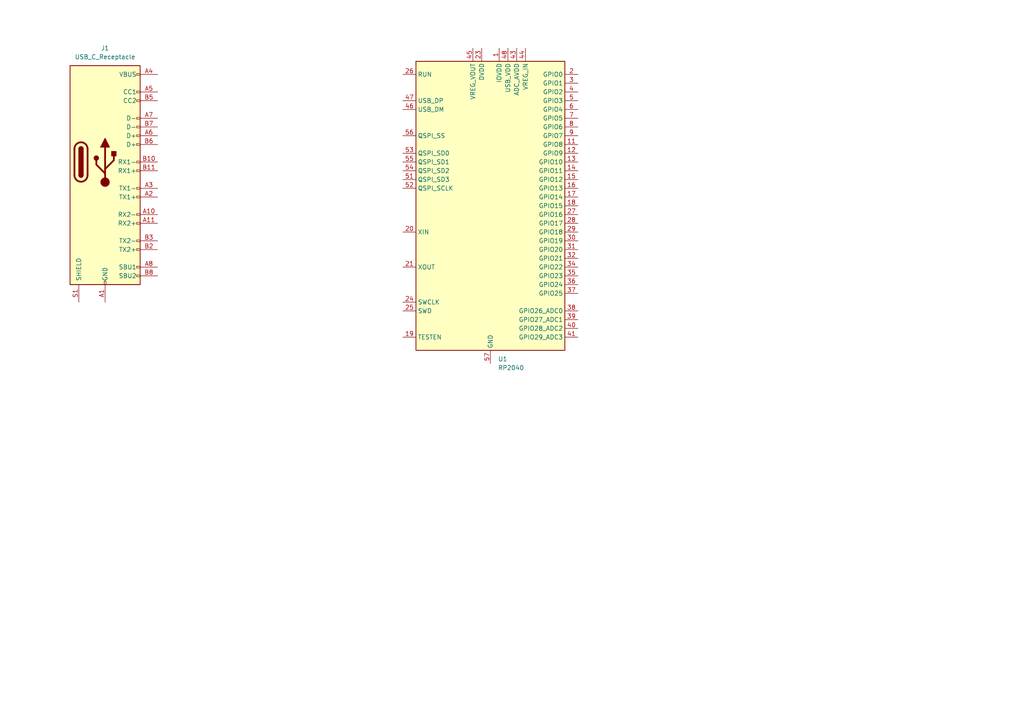
<source format=kicad_sch>
(kicad_sch (version 20230121) (generator eeschema)
  (paper "A4")
  (lib_symbols
    (symbol "Connector:USB_C_Receptacle" (pin_names (offset 1.016))
      (property "Reference" "J" (at -10.16 29.21 0))
      (property "Value" "USB_C_Receptacle" (at 10.16 29.21 0))
      (symbol "USB_C_Receptacle_0_0"
        (rectangle (start -0.254 -35.56) (end 0.254 -34.544))
        (rectangle (start 10.16 -32.766) (end 9.144 -33.274))
        (rectangle (start 10.16 -30.226) (end 9.144 -30.734))
        (rectangle (start 10.16 -25.146) (end 9.144 -25.654))
        (rectangle (start 10.16 -22.606) (end 9.144 -23.114))
        (rectangle (start 10.16 -17.526) (end 9.144 -18.034))
        (rectangle (start 10.16 -14.986) (end 9.144 -15.494))
        (rectangle (start 10.16 -9.906) (end 9.144 -10.414))
        (rectangle (start 10.16 -7.366) (end 9.144 -7.874))
        (rectangle (start 10.16 -2.286) (end 9.144 -2.794))
        (rectangle (start 10.16 0.254) (end 9.144 -0.254))
        (rectangle (start 10.16 5.334) (end 9.144 4.826))
        (rectangle (start 10.16 7.874) (end 9.144 7.366))
        (rectangle (start 10.16 10.414) (end 9.144 9.906))
        (rectangle (start 10.16 12.954) (end 9.144 12.446))
        (rectangle (start 10.16 18.034) (end 9.144 17.526))
        (rectangle (start 10.16 20.574) (end 9.144 20.066))
        (rectangle (start 10.16 25.654) (end 9.144 25.146))
      )
      (symbol "USB_C_Receptacle_0_1"
        (rectangle (start -10.16 27.94) (end 10.16 -35.56) (stroke (width 0.254)) (fill (type background)))
        (arc (start -8.89 -3.81) (mid -6.985 -5.7067) (end -5.08 -3.81) (stroke (width 0.508)))
        (arc (start -7.62 -3.81) (mid -6.985 -4.4423) (end -6.35 -3.81) (stroke (width 0.254)))
        (arc (start -7.62 -3.81) (mid -6.985 -4.4423) (end -6.35 -3.81) (stroke (width 0.254)) (fill (type outline)))
        (rectangle (start -7.62 -3.81) (end -6.35 3.81) (stroke (width 0.254)) (fill (type outline)))
        (arc (start -6.35 3.81) (mid -6.985 4.4423) (end -7.62 3.81) (stroke (width 0.254)))
        (arc (start -6.35 3.81) (mid -6.985 4.4423) (end -7.62 3.81) (stroke (width 0.254)) (fill (type outline)))
        (arc (start -5.08 3.81) (mid -6.985 5.7067) (end -8.89 3.81) (stroke (width 0.508)))
        (polyline (pts (xy -8.89 -3.81) (xy -8.89 3.81)) (stroke (width 0.508)))
        (polyline (pts (xy -5.08 3.81) (xy -5.08 -3.81)) (stroke (width 0.508)))
      )
      (symbol "USB_C_Receptacle_1_1"
        (circle (center -2.54 1.143) (radius 0.635) (stroke (width 0.254)) (fill (type outline)))
        (circle (center 0 -5.842) (radius 1.27) (fill (type outline)))
        (polyline (pts (xy 0 -5.842) (xy 0 4.318)) (stroke (width 0.508)))
        (polyline (pts (xy 0 -3.302) (xy -2.54 -0.762) (xy -2.54 0.508)) (stroke (width 0.508)))
        (polyline (pts (xy 0 -2.032) (xy 2.54 0.508) (xy 2.54 1.778)) (stroke (width 0.508)))
        (polyline (pts (xy -1.27 4.318) (xy 0 6.858) (xy 1.27 4.318) (xy -1.27 4.318)) (stroke (width 0.254)) (fill (type outline)))
        (rectangle (start 1.905 1.778) (end 3.175 3.048) (stroke (width 0.254)) (fill (type outline)))
        (pin passive line (at 0 -40.64 90) (length 5.08) (name "GND") (number "A1"))
        (pin bidirectional line (at 15.24 -15.24 180) (length 5.08) (name "RX2-") (number "A10"))
        (pin bidirectional line (at 15.24 -17.78 180) (length 5.08) (name "RX2+") (number "A11"))
        (pin passive line (at 0 -40.64 90) (length 5.08) hide (name "GND") (number "A12"))
        (pin bidirectional line (at 15.24 -10.16 180) (length 5.08) (name "TX1+") (number "A2"))
        (pin bidirectional line (at 15.24 -7.62 180) (length 5.08) (name "TX1-") (number "A3"))
        (pin passive line (at 15.24 25.4 180) (length 5.08) (name "VBUS") (number "A4"))
        (pin bidirectional line (at 15.24 20.32 180) (length 5.08) (name "CC1") (number "A5"))
        (pin bidirectional line (at 15.24 7.62 180) (length 5.08) (name "D+") (number "A6"))
        (pin bidirectional line (at 15.24 12.7 180) (length 5.08) (name "D-") (number "A7"))
        (pin bidirectional line (at 15.24 -30.48 180) (length 5.08) (name "SBU1") (number "A8"))
        (pin passive line (at 15.24 25.4 180) (length 5.08) hide (name "VBUS") (number "A9"))
        (pin passive line (at 0 -40.64 90) (length 5.08) hide (name "GND") (number "B1"))
        (pin bidirectional line (at 15.24 0 180) (length 5.08) (name "RX1-") (number "B10"))
        (pin bidirectional line (at 15.24 -2.54 180) (length 5.08) (name "RX1+") (number "B11"))
        (pin passive line (at 0 -40.64 90) (length 5.08) hide (name "GND") (number "B12"))
        (pin bidirectional line (at 15.24 -25.4 180) (length 5.08) (name "TX2+") (number "B2"))
        (pin bidirectional line (at 15.24 -22.86 180) (length 5.08) (name "TX2-") (number "B3"))
        (pin passive line (at 15.24 25.4 180) (length 5.08) hide (name "VBUS") (number "B4"))
        (pin bidirectional line (at 15.24 17.78 180) (length 5.08) (name "CC2") (number "B5"))
        (pin bidirectional line (at 15.24 5.08 180) (length 5.08) (name "D+") (number "B6"))
        (pin bidirectional line (at 15.24 10.16 180) (length 5.08) (name "D-") (number "B7"))
        (pin bidirectional line (at 15.24 -33.02 180) (length 5.08) (name "SBU2") (number "B8"))
        (pin passive line (at 15.24 25.4 180) (length 5.08) hide (name "VBUS") (number "B9"))
        (pin passive line (at -7.62 -40.64 90) (length 5.08) (name "SHIELD") (number "S1"))
      )
    )
    (symbol "MCU_RaspberryPi:RP2040"
      (property "Reference" "U" (at 17.78 45.72 0))
      (property "Value" "RP2040" (at 17.78 43.18 0))
      (symbol "RP2040_0_1"
        (rectangle (start -21.59 41.91) (end 21.59 -41.91) (stroke (width 0.254)) (fill (type background)))
      )
      (symbol "RP2040_1_1"
        (pin power_in line (at 2.54 45.72 270) (length 3.81) (name "IOVDD") (number "1"))
        (pin passive line (at 2.54 45.72 270) (length 3.81) hide (name "IOVDD") (number "10"))
        (pin bidirectional line (at 25.4 17.78 180) (length 3.81) (name "GPIO8") (number "11"))
        (pin bidirectional line (at 25.4 15.24 180) (length 3.81) (name "GPIO9") (number "12"))
        (pin bidirectional line (at 25.4 12.7 180) (length 3.81) (name "GPIO10") (number "13"))
        (pin bidirectional line (at 25.4 10.16 180) (length 3.81) (name "GPIO11") (number "14"))
        (pin bidirectional line (at 25.4 7.62 180) (length 3.81) (name "GPIO12") (number "15"))
        (pin bidirectional line (at 25.4 5.08 180) (length 3.81) (name "GPIO13") (number "16"))
        (pin bidirectional line (at 25.4 2.54 180) (length 3.81) (name "GPIO14") (number "17"))
        (pin bidirectional line (at 25.4 0 180) (length 3.81) (name "GPIO15") (number "18"))
        (pin input line (at -25.4 -38.1 0) (length 3.81) (name "TESTEN") (number "19"))
        (pin bidirectional line (at 25.4 38.1 180) (length 3.81) (name "GPIO0") (number "2"))
        (pin input line (at -25.4 -7.62 0) (length 3.81) (name "XIN") (number "20"))
        (pin passive line (at -25.4 -17.78 0) (length 3.81) (name "XOUT") (number "21"))
        (pin passive line (at 2.54 45.72 270) (length 3.81) hide (name "IOVDD") (number "22"))
        (pin power_in line (at -2.54 45.72 270) (length 3.81) (name "DVDD") (number "23"))
        (pin input line (at -25.4 -27.94 0) (length 3.81) (name "SWCLK") (number "24"))
        (pin bidirectional line (at -25.4 -30.48 0) (length 3.81) (name "SWD") (number "25"))
        (pin input line (at -25.4 38.1 0) (length 3.81) (name "RUN") (number "26"))
        (pin bidirectional line (at 25.4 -2.54 180) (length 3.81) (name "GPIO16") (number "27"))
        (pin bidirectional line (at 25.4 -5.08 180) (length 3.81) (name "GPIO17") (number "28"))
        (pin bidirectional line (at 25.4 -7.62 180) (length 3.81) (name "GPIO18") (number "29"))
        (pin bidirectional line (at 25.4 35.56 180) (length 3.81) (name "GPIO1") (number "3"))
        (pin bidirectional line (at 25.4 -10.16 180) (length 3.81) (name "GPIO19") (number "30"))
        (pin bidirectional line (at 25.4 -12.7 180) (length 3.81) (name "GPIO20") (number "31"))
        (pin bidirectional line (at 25.4 -15.24 180) (length 3.81) (name "GPIO21") (number "32"))
        (pin passive line (at 2.54 45.72 270) (length 3.81) hide (name "IOVDD") (number "33"))
        (pin bidirectional line (at 25.4 -17.78 180) (length 3.81) (name "GPIO22") (number "34"))
        (pin bidirectional line (at 25.4 -20.32 180) (length 3.81) (name "GPIO23") (number "35"))
        (pin bidirectional line (at 25.4 -22.86 180) (length 3.81) (name "GPIO24") (number "36"))
        (pin bidirectional line (at 25.4 -25.4 180) (length 3.81) (name "GPIO25") (number "37"))
        (pin bidirectional line (at 25.4 -30.48 180) (length 3.81) (name "GPIO26_ADC0") (number "38"))
        (pin bidirectional line (at 25.4 -33.02 180) (length 3.81) (name "GPIO27_ADC1") (number "39"))
        (pin bidirectional line (at 25.4 33.02 180) (length 3.81) (name "GPIO2") (number "4"))
        (pin bidirectional line (at 25.4 -35.56 180) (length 3.81) (name "GPIO28_ADC2") (number "40"))
        (pin bidirectional line (at 25.4 -38.1 180) (length 3.81) (name "GPIO29_ADC3") (number "41"))
        (pin passive line (at 2.54 45.72 270) (length 3.81) hide (name "IOVDD") (number "42"))
        (pin power_in line (at 7.62 45.72 270) (length 3.81) (name "ADC_AVDD") (number "43"))
        (pin power_in line (at 10.16 45.72 270) (length 3.81) (name "VREG_IN") (number "44"))
        (pin power_out line (at -5.08 45.72 270) (length 3.81) (name "VREG_VOUT") (number "45"))
        (pin bidirectional line (at -25.4 27.94 0) (length 3.81) (name "USB_DM") (number "46"))
        (pin bidirectional line (at -25.4 30.48 0) (length 3.81) (name "USB_DP") (number "47"))
        (pin power_in line (at 5.08 45.72 270) (length 3.81) (name "USB_VDD") (number "48"))
        (pin passive line (at 2.54 45.72 270) (length 3.81) hide (name "IOVDD") (number "49"))
        (pin bidirectional line (at 25.4 30.48 180) (length 3.81) (name "GPIO3") (number "5"))
        (pin passive line (at -2.54 45.72 270) (length 3.81) hide (name "DVDD") (number "50"))
        (pin bidirectional line (at -25.4 7.62 0) (length 3.81) (name "QSPI_SD3") (number "51"))
        (pin output line (at -25.4 5.08 0) (length 3.81) (name "QSPI_SCLK") (number "52"))
        (pin bidirectional line (at -25.4 15.24 0) (length 3.81) (name "QSPI_SD0") (number "53"))
        (pin bidirectional line (at -25.4 10.16 0) (length 3.81) (name "QSPI_SD2") (number "54"))
        (pin bidirectional line (at -25.4 12.7 0) (length 3.81) (name "QSPI_SD1") (number "55"))
        (pin bidirectional line (at -25.4 20.32 0) (length 3.81) (name "QSPI_SS") (number "56"))
        (pin power_in line (at 0 -45.72 90) (length 3.81) (name "GND") (number "57"))
        (pin bidirectional line (at 25.4 27.94 180) (length 3.81) (name "GPIO4") (number "6"))
        (pin bidirectional line (at 25.4 25.4 180) (length 3.81) (name "GPIO5") (number "7"))
        (pin bidirectional line (at 25.4 22.86 180) (length 3.81) (name "GPIO6") (number "8"))
        (pin bidirectional line (at 25.4 20.32 180) (length 3.81) (name "GPIO7") (number "9"))
      )
    )
  )
  (symbol (lib_id "Connector:USB_C_Receptacle") (at 30.48 46.99 0) (unit 1)
    (property "Reference" "J1" (at 30.48 13.97 0))
    (property "Value" "USB_C_Receptacle" (at 30.48 16.51 0))
    (property "Datasheet" "https://www.usb.org/sites/default/files/documents/usb_type-c.zip" (effects hide))
  )
  (symbol (lib_id "MCU_RaspberryPi:RP2040") (at 142.24 59.69 0) (unit 1)
    (property "Reference" "U1" (at 144.4341 104.14 0) (effects (justify left)))
    (property "Value" "RP2040" (at 144.4341 106.68 0) (effects (justify left)))
    (property "Footprint" "Package_DFN_QFN:QFN-56-1EP_7x7mm_P0.4mm_EP3.2x3.2mm" (effects hide))
    (property "Datasheet" "https://datasheets.raspberrypi.com/rp2040/rp2040-datasheet.pdf" (effects hide))
  )
)
</source>
